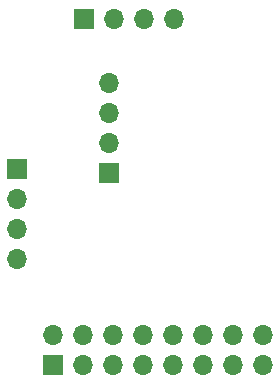
<source format=gbs>
G04 #@! TF.GenerationSoftware,KiCad,Pcbnew,(6.0.7)*
G04 #@! TF.CreationDate,2023-06-30T23:32:05-07:00*
G04 #@! TF.ProjectId,RFD900 Interface,52464439-3030-4204-996e-746572666163,rev?*
G04 #@! TF.SameCoordinates,Original*
G04 #@! TF.FileFunction,Soldermask,Bot*
G04 #@! TF.FilePolarity,Negative*
%FSLAX46Y46*%
G04 Gerber Fmt 4.6, Leading zero omitted, Abs format (unit mm)*
G04 Created by KiCad (PCBNEW (6.0.7)) date 2023-06-30 23:32:05*
%MOMM*%
%LPD*%
G01*
G04 APERTURE LIST*
%ADD10R,1.700000X1.700000*%
%ADD11O,1.700000X1.700000*%
G04 APERTURE END LIST*
D10*
X27325000Y-40300000D03*
D11*
X27325000Y-42840000D03*
X27325000Y-45380000D03*
X27325000Y-47920000D03*
D10*
X35150000Y-40700000D03*
D11*
X35150000Y-38160000D03*
X35150000Y-35620000D03*
X35150000Y-33080000D03*
D10*
X33050000Y-27600000D03*
D11*
X35590000Y-27600000D03*
X38130000Y-27600000D03*
X40670000Y-27600000D03*
D10*
X30380000Y-56915000D03*
D11*
X30380000Y-54375000D03*
X32920000Y-56915000D03*
X32920000Y-54375000D03*
X35460000Y-56915000D03*
X35460000Y-54375000D03*
X38000000Y-56915000D03*
X38000000Y-54375000D03*
X40540000Y-56915000D03*
X40540000Y-54375000D03*
X43080000Y-56915000D03*
X43080000Y-54375000D03*
X45620000Y-56915000D03*
X45620000Y-54375000D03*
X48160000Y-56915000D03*
X48160000Y-54375000D03*
M02*

</source>
